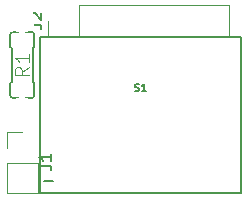
<source format=gto>
G04 #@! TF.GenerationSoftware,KiCad,Pcbnew,(5.1.10)-1*
G04 #@! TF.CreationDate,2022-03-26T18:45:22-04:00*
G04 #@! TF.ProjectId,switchy,73776974-6368-4792-9e6b-696361645f70,1.0*
G04 #@! TF.SameCoordinates,Original*
G04 #@! TF.FileFunction,Legend,Top*
G04 #@! TF.FilePolarity,Positive*
%FSLAX46Y46*%
G04 Gerber Fmt 4.6, Leading zero omitted, Abs format (unit mm)*
G04 Created by KiCad (PCBNEW (5.1.10)-1) date 2022-03-26 18:45:22*
%MOMM*%
%LPD*%
G01*
G04 APERTURE LIST*
%ADD10C,0.150000*%
%ADD11C,0.203200*%
%ADD12C,0.152400*%
%ADD13C,0.120000*%
%ADD14C,0.127000*%
%ADD15C,0.101600*%
%ADD16C,2.203200*%
%ADD17R,1.700000X1.700000*%
%ADD18O,1.700000X1.700000*%
%ADD19C,1.700000*%
G04 APERTURE END LIST*
D10*
X141869047Y-105571428D02*
X142630952Y-105571428D01*
D11*
X141500000Y-100000000D02*
X141500000Y-106600000D01*
X150000000Y-93400000D02*
X158500000Y-93400000D01*
X141500000Y-93400000D02*
X150000000Y-93400000D01*
X141500000Y-93400000D02*
X141500000Y-100000000D01*
X158500000Y-106600000D02*
X158500000Y-100000000D01*
X158500000Y-100000000D02*
X158500000Y-93400000D01*
X150000000Y-106600000D02*
X158500000Y-106600000D01*
X141500000Y-106600000D02*
X150000000Y-106600000D01*
D12*
X140762000Y-98560000D02*
X139238000Y-98560000D01*
X138984000Y-98306000D02*
X138984000Y-97290000D01*
X139111000Y-97163000D02*
X138984000Y-97290000D01*
X141016000Y-98306000D02*
X141016000Y-97290000D01*
X140889000Y-97163000D02*
X141016000Y-97290000D01*
X139111000Y-94337000D02*
X138984000Y-94210000D01*
X139111000Y-94337000D02*
X139111000Y-97163000D01*
X140889000Y-94337000D02*
X141016000Y-94210000D01*
X140889000Y-94337000D02*
X140889000Y-97163000D01*
X138984000Y-93194000D02*
X138984000Y-94210000D01*
X141016000Y-93194000D02*
X141016000Y-94210000D01*
X140762000Y-92940000D02*
X139238000Y-92940000D01*
X139238000Y-92940000D02*
G75*
G03*
X138984000Y-93194000I0J-254000D01*
G01*
X140762000Y-92940000D02*
G75*
G02*
X141016000Y-93194000I0J-254000D01*
G01*
X141016000Y-98306000D02*
G75*
G02*
X140762000Y-98560000I-254000J0D01*
G01*
X138984000Y-98306000D02*
G75*
G03*
X139238000Y-98560000I254000J0D01*
G01*
D13*
X142170000Y-93330000D02*
X142170000Y-92000000D01*
X143500000Y-93330000D02*
X142170000Y-93330000D01*
X144770000Y-93330000D02*
X144770000Y-90670000D01*
X144770000Y-90670000D02*
X157530000Y-90670000D01*
X144770000Y-93330000D02*
X157530000Y-93330000D01*
X157530000Y-93330000D02*
X157530000Y-90670000D01*
X138670000Y-101420000D02*
X140000000Y-101420000D01*
X138670000Y-102750000D02*
X138670000Y-101420000D01*
X138670000Y-104020000D02*
X141330000Y-104020000D01*
X141330000Y-104020000D02*
X141330000Y-106620000D01*
X138670000Y-104020000D02*
X138670000Y-106620000D01*
X138670000Y-106620000D02*
X141330000Y-106620000D01*
D14*
X149535542Y-97946742D02*
X149622628Y-97975771D01*
X149767771Y-97975771D01*
X149825828Y-97946742D01*
X149854857Y-97917714D01*
X149883885Y-97859657D01*
X149883885Y-97801600D01*
X149854857Y-97743542D01*
X149825828Y-97714514D01*
X149767771Y-97685485D01*
X149651657Y-97656457D01*
X149593600Y-97627428D01*
X149564571Y-97598400D01*
X149535542Y-97540342D01*
X149535542Y-97482285D01*
X149564571Y-97424228D01*
X149593600Y-97395200D01*
X149651657Y-97366171D01*
X149796800Y-97366171D01*
X149883885Y-97395200D01*
X150464457Y-97975771D02*
X150116114Y-97975771D01*
X150290285Y-97975771D02*
X150290285Y-97366171D01*
X150232228Y-97453257D01*
X150174171Y-97511314D01*
X150116114Y-97540342D01*
D15*
X140545797Y-95951083D02*
X139971273Y-96353250D01*
X140545797Y-96640511D02*
X139339297Y-96640511D01*
X139339297Y-96180892D01*
X139396750Y-96065988D01*
X139454202Y-96008535D01*
X139569107Y-95951083D01*
X139741464Y-95951083D01*
X139856369Y-96008535D01*
X139913821Y-96065988D01*
X139971273Y-96180892D01*
X139971273Y-96640511D01*
X140545797Y-94802035D02*
X140545797Y-95491464D01*
X140545797Y-95146750D02*
X139339297Y-95146750D01*
X139511654Y-95261654D01*
X139626559Y-95376559D01*
X139684011Y-95491464D01*
D10*
X140622380Y-92333333D02*
X141336666Y-92333333D01*
X141479523Y-92380952D01*
X141574761Y-92476190D01*
X141622380Y-92619047D01*
X141622380Y-92714285D01*
X140717619Y-91904761D02*
X140670000Y-91857142D01*
X140622380Y-91761904D01*
X140622380Y-91523809D01*
X140670000Y-91428571D01*
X140717619Y-91380952D01*
X140812857Y-91333333D01*
X140908095Y-91333333D01*
X141050952Y-91380952D01*
X141622380Y-91952380D01*
X141622380Y-91333333D01*
X141452380Y-104283333D02*
X142166666Y-104283333D01*
X142309523Y-104330952D01*
X142404761Y-104426190D01*
X142452380Y-104569047D01*
X142452380Y-104664285D01*
X142452380Y-103283333D02*
X142452380Y-103854761D01*
X142452380Y-103569047D02*
X141452380Y-103569047D01*
X141595238Y-103664285D01*
X141690476Y-103759523D01*
X141738095Y-103854761D01*
%LPC*%
G36*
G01*
X152948400Y-105825000D02*
X152948400Y-103575000D01*
G75*
G02*
X153050000Y-103473400I101600J0D01*
G01*
X156550000Y-103473400D01*
G75*
G02*
X156651600Y-103575000I0J-101600D01*
G01*
X156651600Y-105825000D01*
G75*
G02*
X156550000Y-105926600I-101600J0D01*
G01*
X153050000Y-105926600D01*
G75*
G02*
X152948400Y-105825000I0J101600D01*
G01*
G37*
G36*
G01*
X152948400Y-101125000D02*
X152948400Y-98875000D01*
G75*
G02*
X153050000Y-98773400I101600J0D01*
G01*
X156550000Y-98773400D01*
G75*
G02*
X156651600Y-98875000I0J-101600D01*
G01*
X156651600Y-101125000D01*
G75*
G02*
X156550000Y-101226600I-101600J0D01*
G01*
X153050000Y-101226600D01*
G75*
G02*
X152948400Y-101125000I0J101600D01*
G01*
G37*
G36*
G01*
X152948400Y-96425000D02*
X152948400Y-94175000D01*
G75*
G02*
X153050000Y-94073400I101600J0D01*
G01*
X156550000Y-94073400D01*
G75*
G02*
X156651600Y-94175000I0J-101600D01*
G01*
X156651600Y-96425000D01*
G75*
G02*
X156550000Y-96526600I-101600J0D01*
G01*
X153050000Y-96526600D01*
G75*
G02*
X152948400Y-96425000I0J101600D01*
G01*
G37*
G36*
G01*
X148148400Y-105825000D02*
X148148400Y-103575000D01*
G75*
G02*
X148250000Y-103473400I101600J0D01*
G01*
X151750000Y-103473400D01*
G75*
G02*
X151851600Y-103575000I0J-101600D01*
G01*
X151851600Y-105825000D01*
G75*
G02*
X151750000Y-105926600I-101600J0D01*
G01*
X148250000Y-105926600D01*
G75*
G02*
X148148400Y-105825000I0J101600D01*
G01*
G37*
G36*
G01*
X148148400Y-101125000D02*
X148148400Y-98875000D01*
G75*
G02*
X148250000Y-98773400I101600J0D01*
G01*
X151750000Y-98773400D01*
G75*
G02*
X151851600Y-98875000I0J-101600D01*
G01*
X151851600Y-101125000D01*
G75*
G02*
X151750000Y-101226600I-101600J0D01*
G01*
X148250000Y-101226600D01*
G75*
G02*
X148148400Y-101125000I0J101600D01*
G01*
G37*
G36*
G01*
X148148400Y-96425000D02*
X148148400Y-94175000D01*
G75*
G02*
X148250000Y-94073400I101600J0D01*
G01*
X151750000Y-94073400D01*
G75*
G02*
X151851600Y-94175000I0J-101600D01*
G01*
X151851600Y-96425000D01*
G75*
G02*
X151750000Y-96526600I-101600J0D01*
G01*
X148250000Y-96526600D01*
G75*
G02*
X148148400Y-96425000I0J101600D01*
G01*
G37*
G36*
G01*
X143348400Y-105825000D02*
X143348400Y-103575000D01*
G75*
G02*
X143450000Y-103473400I101600J0D01*
G01*
X146950000Y-103473400D01*
G75*
G02*
X147051600Y-103575000I0J-101600D01*
G01*
X147051600Y-105825000D01*
G75*
G02*
X146950000Y-105926600I-101600J0D01*
G01*
X143450000Y-105926600D01*
G75*
G02*
X143348400Y-105825000I0J101600D01*
G01*
G37*
G36*
G01*
X143348400Y-101125000D02*
X143348400Y-98875000D01*
G75*
G02*
X143450000Y-98773400I101600J0D01*
G01*
X146950000Y-98773400D01*
G75*
G02*
X147051600Y-98875000I0J-101600D01*
G01*
X147051600Y-101125000D01*
G75*
G02*
X146950000Y-101226600I-101600J0D01*
G01*
X143450000Y-101226600D01*
G75*
G02*
X143348400Y-101125000I0J101600D01*
G01*
G37*
G36*
G01*
X143348400Y-96425000D02*
X143348400Y-94175000D01*
G75*
G02*
X143450000Y-94073400I101600J0D01*
G01*
X146950000Y-94073400D01*
G75*
G02*
X147051600Y-94175000I0J-101600D01*
G01*
X147051600Y-96425000D01*
G75*
G02*
X146950000Y-96526600I-101600J0D01*
G01*
X143450000Y-96526600D01*
G75*
G02*
X143348400Y-96425000I0J101600D01*
G01*
G37*
D16*
X140000000Y-91940000D03*
X140000000Y-99560000D03*
D17*
X143500000Y-92000000D03*
D18*
X146040000Y-92000000D03*
X148580000Y-92000000D03*
X151120000Y-92000000D03*
X153660000Y-92000000D03*
X156200000Y-92000000D03*
D19*
X140000000Y-102750000D03*
D17*
X140000000Y-105290000D03*
M02*

</source>
